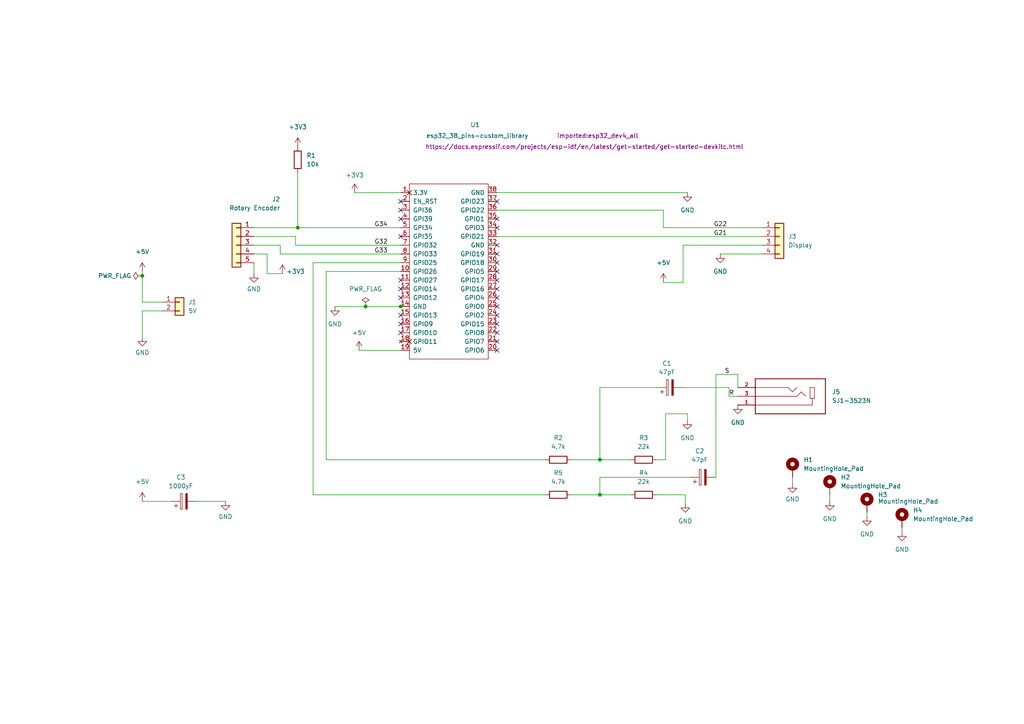
<source format=kicad_sch>
(kicad_sch (version 20211123) (generator eeschema)
  (paper "A4")
  (lib_symbols
    (symbol "Connector_Generic:Conn_01x02" (pin_names (offset 1.016) hide)
      (property "Reference" "J" (at 0 2.54 0))
      (property "Value" "Conn_01x02" (at 0 -5.08 0))
      (symbol "Conn_01x02_1_1"
        (rectangle (start -1.27 -2.413) (end 0 -2.667) (stroke (width 0.1524)))
        (rectangle (start -1.27 0.127) (end 0 -0.127) (stroke (width 0.1524)))
        (rectangle (start -1.27 1.27) (end 1.27 -3.81) (stroke (width 0.254)) (fill (type background)))
        (pin passive line (at -5.08 0 0) (length 3.81) (name "Pin_1") (number "1"))
        (pin passive line (at -5.08 -2.54 0) (length 3.81) (name "Pin_2") (number "2"))
      )
    )
    (symbol "Connector_Generic:Conn_01x04" (pin_names (offset 1.016) hide)
      (property "Reference" "J" (at 0 5.08 0))
      (property "Value" "Conn_01x04" (at 0 -7.62 0))
      (symbol "Conn_01x04_1_1"
        (rectangle (start -1.27 -4.953) (end 0 -5.207) (stroke (width 0.1524)))
        (rectangle (start -1.27 -2.413) (end 0 -2.667) (stroke (width 0.1524)))
        (rectangle (start -1.27 0.127) (end 0 -0.127) (stroke (width 0.1524)))
        (rectangle (start -1.27 2.667) (end 0 2.413) (stroke (width 0.1524)))
        (rectangle (start -1.27 3.81) (end 1.27 -6.35) (stroke (width 0.254)) (fill (type background)))
        (pin passive line (at -5.08 2.54 0) (length 3.81) (name "Pin_1") (number "1"))
        (pin passive line (at -5.08 0 0) (length 3.81) (name "Pin_2") (number "2"))
        (pin passive line (at -5.08 -2.54 0) (length 3.81) (name "Pin_3") (number "3"))
        (pin passive line (at -5.08 -5.08 0) (length 3.81) (name "Pin_4") (number "4"))
      )
    )
    (symbol "Connector_Generic:Conn_01x05" (pin_names (offset 1.016) hide)
      (property "Reference" "J" (at 0 7.62 0))
      (property "Value" "Conn_01x05" (at 0 -7.62 0))
      (symbol "Conn_01x05_1_1"
        (rectangle (start -1.27 -4.953) (end 0 -5.207) (stroke (width 0.1524)))
        (rectangle (start -1.27 -2.413) (end 0 -2.667) (stroke (width 0.1524)))
        (rectangle (start -1.27 0.127) (end 0 -0.127) (stroke (width 0.1524)))
        (rectangle (start -1.27 2.667) (end 0 2.413) (stroke (width 0.1524)))
        (rectangle (start -1.27 5.207) (end 0 4.953) (stroke (width 0.1524)))
        (rectangle (start -1.27 6.35) (end 1.27 -6.35) (stroke (width 0.254)) (fill (type background)))
        (pin passive line (at -5.08 5.08 0) (length 3.81) (name "Pin_1") (number "1"))
        (pin passive line (at -5.08 2.54 0) (length 3.81) (name "Pin_2") (number "2"))
        (pin passive line (at -5.08 0 0) (length 3.81) (name "Pin_3") (number "3"))
        (pin passive line (at -5.08 -2.54 0) (length 3.81) (name "Pin_4") (number "4"))
        (pin passive line (at -5.08 -5.08 0) (length 3.81) (name "Pin_5") (number "5"))
      )
    )
    (symbol "Device:C_Polarized" (pin_numbers hide) (pin_names (offset 0.254))
      (property "Reference" "C" (at 0.635 2.54 0))
      (property "Value" "C_Polarized" (at 0.635 -2.54 0))
      (symbol "C_Polarized_0_1"
        (rectangle (start -2.286 0.508) (end 2.286 1.016))
        (polyline (pts (xy -1.778 2.286) (xy -0.762 2.286)))
        (polyline (pts (xy -1.27 2.794) (xy -1.27 1.778)))
        (rectangle (start 2.286 -0.508) (end -2.286 -1.016) (fill (type outline)))
      )
      (symbol "C_Polarized_1_1"
        (pin passive line (at 0 3.81 270) (length 2.794) (name "~") (number "1"))
        (pin passive line (at 0 -3.81 90) (length 2.794) (name "~") (number "2"))
      )
    )
    (symbol "Device:R" (pin_numbers hide) (pin_names (offset 0))
      (property "Reference" "R" (at 2.032 0 90))
      (property "Value" "R" (at 0 0 90))
      (symbol "R_0_1"
        (rectangle (start -1.016 -2.54) (end 1.016 2.54) (stroke (width 0.254)))
      )
      (symbol "R_1_1"
        (pin passive line (at 0 3.81 270) (length 1.27) (name "~") (number "1"))
        (pin passive line (at 0 -3.81 90) (length 1.27) (name "~") (number "2"))
      )
    )
    (symbol "Mechanical:MountingHole_Pad" (pin_numbers hide) (pin_names (offset 1.016) hide)
      (property "Reference" "H" (at 0 6.35 0))
      (property "Value" "MountingHole_Pad" (at 0 4.445 0))
      (symbol "MountingHole_Pad_0_1"
        (circle (center 0 1.27) (radius 1.27) (stroke (width 1.27)))
      )
      (symbol "MountingHole_Pad_1_1"
        (pin input line (at 0 -2.54 90) (length 2.54) (name "1") (number "1"))
      )
    )
    (symbol "imported:SJ1-3523N" (pin_names (offset 1.016) hide)
      (property "Reference" "J" (at -10.16 7.62 0))
      (property "Value" "SJ1-3523N" (at -10.16 -10.16 0))
      (symbol "SJ1-3523N_0_0"
        (polyline (pts (xy -10.16 -5.08) (xy 10.16 -5.08)) (stroke (width 0.254)))
        (polyline (pts (xy -10.16 5.08) (xy -10.16 -5.08)) (stroke (width 0.254)))
        (polyline (pts (xy -6.985 -2.54) (xy -6.985 0.635)) (stroke (width 0.1524)))
        (polyline (pts (xy -6.985 0.635) (xy -6.35 0.635)) (stroke (width 0.1524)))
        (polyline (pts (xy -6.35 0.635) (xy -5.715 0.635)) (stroke (width 0.1524)))
        (polyline (pts (xy -6.35 2.54) (xy -6.35 0.635)) (stroke (width 0.1524)))
        (polyline (pts (xy -5.715 -2.54) (xy -6.985 -2.54)) (stroke (width 0.1524)))
        (polyline (pts (xy -5.715 0.635) (xy -5.715 -2.54)) (stroke (width 0.1524)))
        (polyline (pts (xy -3.175 -1.27) (xy -4.445 0)) (stroke (width 0.1524)))
        (polyline (pts (xy -1.905 0) (xy -3.175 -1.27)) (stroke (width 0.1524)))
        (polyline (pts (xy -0.635 -1.27) (xy -1.905 -2.54)) (stroke (width 0.1524)))
        (polyline (pts (xy 0.635 -2.54) (xy -0.635 -1.27)) (stroke (width 0.1524)))
        (polyline (pts (xy 10.16 -5.08) (xy 10.16 -2.54)) (stroke (width 0.254)))
        (polyline (pts (xy 10.16 -2.54) (xy 0.635 -2.54)) (stroke (width 0.1524)))
        (polyline (pts (xy 10.16 -2.54) (xy 10.16 0)) (stroke (width 0.254)))
        (polyline (pts (xy 10.16 0) (xy -1.905 0)) (stroke (width 0.1524)))
        (polyline (pts (xy 10.16 0) (xy 10.16 2.54)) (stroke (width 0.254)))
        (polyline (pts (xy 10.16 2.54) (xy -6.35 2.54)) (stroke (width 0.1524)))
        (polyline (pts (xy 10.16 2.54) (xy 10.16 5.08)) (stroke (width 0.254)))
        (polyline (pts (xy 10.16 5.08) (xy -10.16 5.08)) (stroke (width 0.254)))
        (pin passive line (at 15.24 2.54 180) (length 5.08) (name "~") (number "1"))
        (pin passive line (at 15.24 -2.54 180) (length 5.08) (name "~") (number "2"))
        (pin passive line (at 15.24 0 180) (length 5.08) (name "~") (number "3"))
      )
    )
    (symbol "imported:esp32_38_pins-custom_library" (pin_names (offset 1.016))
      (property "Reference" "U" (at -1.27 8.89 0))
      (property "Value" "esp32_38_pins-custom_library" (at 12.7 -44.45 0))
      (property "Footprint" "esp32_lora_v2:esp32_devkitv4_38pin" (at 10.16 -45.72 0))
      (property "Datasheet" "https://docs.espressif.com/projects/esp-idf/en/latest/get-started/get-started-devkitc.html" (at 0 0 0))
      (symbol "esp32_38_pins-custom_library_0_1"
        (rectangle (start -2.54 7.62) (end 20.32 -43.18))
      )
      (symbol "esp32_38_pins-custom_library_1_1"
        (pin power_out non_logic (at -5.08 5.08 0) (length 2.54) (name "3.3V") (number "1"))
        (pin bidirectional line (at -5.08 -17.78 0) (length 2.54) (name "GPIO26") (number "10"))
        (pin bidirectional line (at -5.08 -20.32 0) (length 2.54) (name "GPIO27") (number "11"))
        (pin bidirectional line (at -5.08 -22.86 0) (length 2.54) (name "GPIO14") (number "12"))
        (pin bidirectional line (at -5.08 -25.4 0) (length 2.54) (name "GPIO12") (number "13"))
        (pin power_in line (at -5.08 -27.94 0) (length 2.54) (name "GND") (number "14"))
        (pin bidirectional line (at -5.08 -30.48 0) (length 2.54) (name "GPIO13") (number "15"))
        (pin bidirectional line (at -5.08 -33.02 0) (length 2.54) (name "GPIO9") (number "16"))
        (pin bidirectional line (at -5.08 -35.56 0) (length 2.54) (name "GPIO10") (number "17"))
        (pin no_connect non_logic (at -5.08 -38.1 0) (length 2.54) (name "GPIO11") (number "18"))
        (pin power_in line (at -5.08 -40.64 0) (length 2.54) (name "5V") (number "19"))
        (pin bidirectional line (at -5.08 2.54 0) (length 2.54) (name "EN_RST") (number "2"))
        (pin bidirectional line (at 22.86 -40.64 180) (length 2.54) (name "GPIO6") (number "20"))
        (pin bidirectional line (at 22.86 -38.1 180) (length 2.54) (name "GPIO7") (number "21"))
        (pin bidirectional line (at 22.86 -35.56 180) (length 2.54) (name "GPIO8") (number "22"))
        (pin bidirectional line (at 22.86 -33.02 180) (length 2.54) (name "GPIO15") (number "23"))
        (pin bidirectional line (at 22.86 -30.48 180) (length 2.54) (name "GPIO2") (number "24"))
        (pin bidirectional line (at 22.86 -27.94 180) (length 2.54) (name "GPIO0") (number "25"))
        (pin bidirectional line (at 22.86 -25.4 180) (length 2.54) (name "GPIO4") (number "26"))
        (pin bidirectional line (at 22.86 -22.86 180) (length 2.54) (name "GPIO16") (number "27"))
        (pin bidirectional line (at 22.86 -20.32 180) (length 2.54) (name "GPIO17") (number "28"))
        (pin bidirectional line (at 22.86 -17.78 180) (length 2.54) (name "GPIO5") (number "29"))
        (pin input line (at -5.08 0 0) (length 2.54) (name "GPI36") (number "3"))
        (pin bidirectional line (at 22.86 -15.24 180) (length 2.54) (name "GPIO18") (number "30"))
        (pin bidirectional line (at 22.86 -12.7 180) (length 2.54) (name "GPIO19") (number "31"))
        (pin tri_state line (at 22.86 -10.16 180) (length 2.54) (name "GND") (number "32"))
        (pin bidirectional line (at 22.86 -7.62 180) (length 2.54) (name "GPIO21") (number "33"))
        (pin bidirectional line (at 22.86 -5.08 180) (length 2.54) (name "GPIO3") (number "34"))
        (pin bidirectional line (at 22.86 -2.54 180) (length 2.54) (name "GPIO1") (number "35"))
        (pin bidirectional line (at 22.86 0 180) (length 2.54) (name "GPIO22") (number "36"))
        (pin bidirectional line (at 22.86 2.54 180) (length 2.54) (name "GPIO23") (number "37"))
        (pin passive line (at 22.86 5.08 180) (length 2.54) (name "GND") (number "38"))
        (pin input line (at -5.08 -2.54 0) (length 2.54) (name "GPI39") (number "4"))
        (pin input line (at -5.08 -5.08 0) (length 2.54) (name "GPI34") (number "5"))
        (pin input line (at -5.08 -7.62 0) (length 2.54) (name "GPI35") (number "6"))
        (pin bidirectional line (at -5.08 -10.16 0) (length 2.54) (name "GPIO32") (number "7"))
        (pin bidirectional line (at -5.08 -12.7 0) (length 2.54) (name "GPIO33") (number "8"))
        (pin bidirectional line (at -5.08 -15.24 0) (length 2.54) (name "GPIO25") (number "9"))
      )
    )
    (symbol "power:+3V3" (power) (pin_names (offset 0))
      (property "Value" "+3V3" (at 0 3.556 0))
      (symbol "+3V3_0_1"
        (polyline (pts (xy -0.762 1.27) (xy 0 2.54)))
        (polyline (pts (xy 0 0) (xy 0 2.54)))
        (polyline (pts (xy 0 2.54) (xy 0.762 1.27)))
      )
      (symbol "+3V3_1_1"
        (pin power_in line (at 0 0 90) (length 0) hide (name "+3V3") (number "1"))
      )
    )
    (symbol "power:+5V" (power) (pin_names (offset 0))
      (property "Value" "+5V" (at 0 3.556 0))
      (symbol "+5V_0_1"
        (polyline (pts (xy -0.762 1.27) (xy 0 2.54)))
        (polyline (pts (xy 0 0) (xy 0 2.54)))
        (polyline (pts (xy 0 2.54) (xy 0.762 1.27)))
      )
      (symbol "+5V_1_1"
        (pin power_in line (at 0 0 90) (length 0) hide (name "+5V") (number "1"))
      )
    )
    (symbol "power:GND" (power) (pin_names (offset 0))
      (property "Value" "GND" (at 0 -3.81 0))
      (symbol "GND_0_1"
        (polyline (pts (xy 0 0) (xy 0 -1.27) (xy 1.27 -1.27) (xy 0 -2.54) (xy -1.27 -1.27) (xy 0 -1.27)))
      )
      (symbol "GND_1_1"
        (pin power_in line (at 0 0 270) (length 0) hide (name "GND") (number "1"))
      )
    )
    (symbol "power:PWR_FLAG" (power) (pin_numbers hide) (pin_names (offset 0) hide)
      (property "Value" "PWR_FLAG" (at 0 3.81 0))
      (symbol "PWR_FLAG_0_0"
        (pin power_out line (at 0 0 90) (length 0) (name "pwr") (number "1"))
      )
      (symbol "PWR_FLAG_0_1"
        (polyline (pts (xy 0 0) (xy 0 1.27) (xy -1.016 1.905) (xy 0 2.54) (xy 1.016 1.905) (xy 0 1.27)))
      )
    )
  )
  (junction (at 106.045 88.9))
  (junction (at 173.99 143.51))
  (junction (at 86.36 66.04))
  (junction (at 116.205 88.9))
  (junction (at 173.99 133.35))
  (junction (at 41.275 80.01))
  (no_connect (at 116.205 96.52))
  (no_connect (at 116.205 93.98))
  (no_connect (at 116.205 91.44))
  (no_connect (at 116.205 81.28))
  (no_connect (at 116.205 83.82))
  (no_connect (at 116.205 86.36))
  (no_connect (at 116.205 68.58))
  (no_connect (at 116.205 58.42))
  (no_connect (at 116.205 60.96))
  (no_connect (at 116.205 63.5))
  (no_connect (at 144.145 66.04))
  (no_connect (at 144.145 93.98))
  (no_connect (at 144.145 96.52))
  (no_connect (at 144.145 73.66))
  (no_connect (at 144.145 76.2))
  (no_connect (at 144.145 78.74))
  (no_connect (at 144.145 81.28))
  (no_connect (at 144.145 83.82))
  (no_connect (at 144.145 86.36))
  (no_connect (at 144.145 88.9))
  (no_connect (at 144.145 91.44))
  (no_connect (at 144.145 99.06))
  (no_connect (at 144.145 101.6))
  (no_connect (at 144.145 58.42))
  (no_connect (at 144.145 63.5))
  (no_connect (at 144.145 71.12))
  (wire (pts (xy 94.615 78.74) (xy 116.205 78.74)))
  (wire (pts (xy 46.99 90.17) (xy 41.275 90.17)))
  (wire (pts (xy 213.995 108.585) (xy 207.645 108.585)))
  (wire (pts (xy 85.725 68.58) (xy 73.66 68.58)))
  (wire (pts (xy 73.66 71.12) (xy 81.28 71.12)))
  (wire (pts (xy 106.045 88.9) (xy 116.205 88.9)))
  (wire (pts (xy 190.5 133.35) (xy 193.04 133.35)))
  (wire (pts (xy 199.39 120.015) (xy 199.39 121.92)))
  (wire (pts (xy 116.205 71.12) (xy 85.725 71.12)))
  (wire (pts (xy 41.275 78.74) (xy 41.275 80.01)))
  (wire (pts (xy 207.645 108.585) (xy 207.645 138.43)))
  (wire (pts (xy 211.455 112.395) (xy 211.455 114.935)))
  (wire (pts (xy 220.98 66.04) (xy 192.405 66.04)))
  (wire (pts (xy 81.28 73.66) (xy 81.28 71.12)))
  (wire (pts (xy 173.99 133.35) (xy 182.88 133.35)))
  (wire (pts (xy 144.145 55.88) (xy 199.39 55.88)))
  (wire (pts (xy 190.5 112.395) (xy 173.99 112.395)))
  (wire (pts (xy 192.405 60.96) (xy 192.405 66.04)))
  (wire (pts (xy 173.99 143.51) (xy 182.88 143.51)))
  (wire (pts (xy 193.04 133.35) (xy 193.04 120.015)))
  (wire (pts (xy 77.47 79.375) (xy 81.915 79.375)))
  (wire (pts (xy 193.04 120.015) (xy 199.39 120.015)))
  (wire (pts (xy 198.12 81.915) (xy 192.405 81.915)))
  (wire (pts (xy 198.755 143.51) (xy 198.755 146.05)))
  (wire (pts (xy 165.735 133.35) (xy 173.99 133.35)))
  (wire (pts (xy 41.275 80.01) (xy 41.275 87.63)))
  (wire (pts (xy 73.66 66.04) (xy 86.36 66.04)))
  (wire (pts (xy 85.725 71.12) (xy 85.725 68.58)))
  (wire (pts (xy 116.205 88.9) (xy 116.84 88.9)))
  (wire (pts (xy 97.155 88.9) (xy 106.045 88.9)))
  (wire (pts (xy 73.66 76.2) (xy 73.66 79.375)))
  (wire (pts (xy 213.995 112.395) (xy 213.995 108.585)))
  (wire (pts (xy 173.99 138.43) (xy 200.025 138.43)))
  (wire (pts (xy 94.615 133.35) (xy 94.615 78.74)))
  (wire (pts (xy 90.805 76.2) (xy 116.205 76.2)))
  (wire (pts (xy 104.14 101.6) (xy 116.205 101.6)))
  (wire (pts (xy 86.36 66.04) (xy 116.205 66.04)))
  (wire (pts (xy 144.145 68.58) (xy 220.98 68.58)))
  (wire (pts (xy 86.36 50.165) (xy 86.36 66.04)))
  (wire (pts (xy 208.915 73.66) (xy 220.98 73.66)))
  (wire (pts (xy 90.805 76.2) (xy 90.805 143.51)))
  (wire (pts (xy 165.735 143.51) (xy 173.99 143.51)))
  (wire (pts (xy 240.665 143.51) (xy 240.665 145.415)))
  (wire (pts (xy 190.5 143.51) (xy 198.755 143.51)))
  (wire (pts (xy 41.275 90.17) (xy 41.275 97.79)))
  (wire (pts (xy 41.275 145.415) (xy 49.53 145.415)))
  (wire (pts (xy 198.12 112.395) (xy 211.455 112.395)))
  (wire (pts (xy 211.455 114.935) (xy 213.995 114.935)))
  (wire (pts (xy 116.205 73.66) (xy 81.28 73.66)))
  (wire (pts (xy 102.87 55.88) (xy 116.205 55.88)))
  (wire (pts (xy 261.62 153.035) (xy 261.62 154.305)))
  (wire (pts (xy 220.98 71.12) (xy 198.12 71.12)))
  (wire (pts (xy 229.87 138.43) (xy 229.87 140.335)))
  (wire (pts (xy 57.15 145.415) (xy 65.405 145.415)))
  (wire (pts (xy 251.46 148.59) (xy 251.46 149.86)))
  (wire (pts (xy 73.66 73.66) (xy 77.47 73.66)))
  (wire (pts (xy 77.47 73.66) (xy 77.47 79.375)))
  (wire (pts (xy 198.12 71.12) (xy 198.12 81.915)))
  (wire (pts (xy 41.275 87.63) (xy 46.99 87.63)))
  (wire (pts (xy 158.115 133.35) (xy 94.615 133.35)))
  (wire (pts (xy 173.99 143.51) (xy 173.99 138.43)))
  (wire (pts (xy 173.99 112.395) (xy 173.99 133.35)))
  (wire (pts (xy 144.145 60.96) (xy 192.405 60.96)))
  (wire (pts (xy 90.805 143.51) (xy 158.115 143.51)))
  (label "G33" (at 108.585 73.66 0))
  (label "S" (at 210.185 108.585 0))
  (label "G21" (at 207.01 68.58 0))
  (label "G32" (at 108.585 71.12 0))
  (label "G22" (at 207.01 66.04 0))
  (label "G34" (at 108.585 66.04 0))
  (label "R" (at 211.455 114.935 0))
  (symbol (lib_id "imported:SJ1-3523N") (at 229.235 114.935 180) (unit 1)
    (property "Reference" "J5" (at 241.3 113.6649 0) (effects (justify right)))
    (property "Value" "SJ1-3523N" (at 241.3 116.2049 0) (effects (justify right)))
    (property "Footprint" "CUI_SJ1-3523N" (effects hide))
    (property "MANUFACTURER" "CUI" (effects hide))
    (property "STANDARD" "Manufacturer recommendation" (effects hide))
    (property "PARTREV" "1.02" (effects hide))
  )
  (symbol (lib_id "Device:R") (at 186.69 133.35 90) (unit 1)
    (property "Reference" "R3" (at 186.69 127 90))
    (property "Value" "22k" (at 186.69 129.54 90))
    (property "Footprint" "Resistor_THT:R_Axial_DIN0204_L3.6mm_D1.6mm_P7.62mm_Horizontal" (effects hide))
  )
  (symbol (lib_id "power:+5V") (at 41.275 78.74 0) (unit 1)
    (property "Reference" "#PWR0109" (effects hide))
    (property "Value" "+5V" (at 41.275 73.025 0))
  )
  (symbol (lib_id "Device:R") (at 186.69 143.51 90) (unit 1)
    (property "Reference" "R4" (at 186.69 137.16 90))
    (property "Value" "22k" (at 186.69 139.7 90))
    (property "Footprint" "Resistor_THT:R_Axial_DIN0204_L3.6mm_D1.6mm_P7.62mm_Horizontal" (effects hide))
  )
  (symbol (lib_id "power:GND") (at 240.665 145.415 0) (unit 1)
    (property "Reference" "#PWR0119" (effects hide))
    (property "Value" "GND" (at 240.665 150.495 0))
  )
  (symbol (lib_id "power:GND") (at 73.66 79.375 0) (unit 1)
    (property "Reference" "#PWR0113" (effects hide))
    (property "Value" "GND" (at 73.66 83.82 0))
  )
  (symbol (lib_id "power:GND") (at 65.405 145.415 0) (unit 1)
    (property "Reference" "#PWR0112" (effects hide))
    (property "Value" "GND" (at 65.405 149.86 0))
  )
  (symbol (lib_id "power:+3V3") (at 102.87 55.88 0) (unit 1)
    (property "Reference" "#PWR0103" (effects hide))
    (property "Value" "+3V3" (at 102.87 50.8 0))
  )
  (symbol (lib_id "power:+3V3") (at 81.915 79.375 0) (unit 1)
    (property "Reference" "#PWR0114" (effects hide))
    (property "Value" "+3V3" (at 85.725 78.74 0))
  )
  (symbol (lib_id "Connector_Generic:Conn_01x04") (at 226.06 68.58 0) (unit 1)
    (property "Reference" "J3" (at 228.6 68.5799 0) (effects (justify left)))
    (property "Value" "Display" (at 228.6 71.1199 0) (effects (justify left)))
    (property "Footprint" "Connector_PinHeader_2.54mm:PinHeader_1x04_P2.54mm_Vertical" (effects hide))
  )
  (symbol (lib_id "power:GND") (at 261.62 154.305 0) (unit 1)
    (property "Reference" "#PWR01" (effects hide))
    (property "Value" "GND" (at 261.62 159.385 0))
  )
  (symbol (lib_id "Connector_Generic:Conn_01x05") (at 68.58 71.12 0) (mirror y) (unit 1)
    (property "Reference" "J2" (at 81.28 57.785 0) (effects (justify left)))
    (property "Value" "Rotary Encoder" (at 81.28 60.325 0) (effects (justify left)))
    (property "Footprint" "Connector_PinHeader_2.54mm:PinHeader_1x05_P2.54mm_Vertical" (effects hide))
  )
  (symbol (lib_id "power:GND") (at 97.155 88.9 0) (unit 1)
    (property "Reference" "#PWR0101" (effects hide))
    (property "Value" "GND" (at 97.155 93.98 0))
  )
  (symbol (lib_id "Mechanical:MountingHole_Pad") (at 261.62 150.495 0) (unit 1)
    (property "Reference" "H4" (at 264.795 147.9549 0) (effects (justify left)))
    (property "Value" "MountingHole_Pad" (at 264.795 150.4949 0) (effects (justify left)))
    (property "Footprint" "MountingHole:MountingHole_3.2mm_M3_DIN965_Pad" (effects hide))
  )
  (symbol (lib_id "Connector_Generic:Conn_01x02") (at 52.07 87.63 0) (unit 1)
    (property "Reference" "J1" (at 54.61 87.6299 0) (effects (justify left)))
    (property "Value" "5V" (at 54.61 90.1699 0) (effects (justify left)))
    (property "Footprint" "Connector_PinHeader_2.54mm:PinHeader_1x02_P2.54mm_Vertical" (effects hide))
  )
  (symbol (lib_id "power:GND") (at 199.39 55.88 0) (unit 1)
    (property "Reference" "#PWR0105" (effects hide))
    (property "Value" "GND" (at 199.39 60.96 0))
  )
  (symbol (lib_id "power:GND") (at 199.39 121.92 0) (unit 1)
    (property "Reference" "#PWR0117" (effects hide))
    (property "Value" "GND" (at 199.39 127 0))
  )
  (symbol (lib_id "power:GND") (at 198.755 146.05 0) (unit 1)
    (property "Reference" "#PWR0116" (effects hide))
    (property "Value" "GND" (at 198.755 151.13 0))
  )
  (symbol (lib_id "Device:C_Polarized") (at 203.835 138.43 90) (unit 1)
    (property "Reference" "C2" (at 202.946 130.81 90))
    (property "Value" "47pF" (at 202.946 133.35 90))
    (property "Footprint" "Capacitor_THT:CP_Radial_D4.0mm_P2.00mm" (effects hide))
  )
  (symbol (lib_id "Mechanical:MountingHole_Pad") (at 251.46 146.05 0) (unit 1)
    (property "Reference" "H3" (at 254.635 143.5099 0) (effects (justify left)))
    (property "Value" "MountingHole_Pad" (at 254.635 145.415 0) (effects (justify left)))
    (property "Footprint" "MountingHole:MountingHole_3.2mm_M3_DIN965_Pad" (effects hide))
  )
  (symbol (lib_id "Device:R") (at 86.36 46.355 0) (unit 1)
    (property "Reference" "R1" (at 88.9 45.0849 0) (effects (justify left)))
    (property "Value" "10k" (at 88.9 47.6249 0) (effects (justify left)))
    (property "Footprint" "Resistor_THT:R_Axial_DIN0204_L3.6mm_D1.6mm_P7.62mm_Horizontal" (effects hide))
  )
  (symbol (lib_id "Mechanical:MountingHole_Pad") (at 240.665 140.97 0) (unit 1)
    (property "Reference" "H2" (at 243.84 138.4299 0) (effects (justify left)))
    (property "Value" "MountingHole_Pad" (at 243.84 140.9699 0) (effects (justify left)))
    (property "Footprint" "MountingHole:MountingHole_3.2mm_M3_DIN965_Pad" (effects hide))
  )
  (symbol (lib_id "power:GND") (at 41.275 97.79 0) (unit 1)
    (property "Reference" "#PWR0110" (effects hide))
    (property "Value" "GND" (at 41.275 102.235 0))
  )
  (symbol (lib_id "power:PWR_FLAG") (at 41.275 80.01 90) (unit 1)
    (property "Reference" "#FLG0102" (effects hide))
    (property "Value" "PWR_FLAG" (at 38.1 80.0099 90) (effects (justify left)))
  )
  (symbol (lib_id "Device:R") (at 161.925 143.51 90) (unit 1)
    (property "Reference" "R5" (at 161.925 137.16 90))
    (property "Value" "4.7k" (at 161.925 139.7 90))
    (property "Footprint" "Resistor_THT:R_Axial_DIN0204_L3.6mm_D1.6mm_P7.62mm_Horizontal" (effects hide))
  )
  (symbol (lib_id "power:+3V3") (at 86.36 42.545 0) (unit 1)
    (property "Reference" "#PWR0104" (effects hide))
    (property "Value" "+3V3" (at 86.36 36.83 0))
  )
  (symbol (lib_id "power:GND") (at 213.995 117.475 0) (unit 1)
    (property "Reference" "#PWR0115" (effects hide))
    (property "Value" "GND" (at 213.995 122.555 0))
  )
  (symbol (lib_id "power:GND") (at 208.915 73.66 0) (unit 1)
    (property "Reference" "#PWR0107" (effects hide))
    (property "Value" "GND" (at 208.915 78.74 0))
  )
  (symbol (lib_id "power:+5V") (at 104.14 101.6 0) (unit 1)
    (property "Reference" "#PWR0102" (effects hide))
    (property "Value" "+5V" (at 104.14 96.52 0))
  )
  (symbol (lib_id "power:PWR_FLAG") (at 106.045 88.9 0) (unit 1)
    (property "Reference" "#FLG0104" (effects hide))
    (property "Value" "PWR_FLAG" (at 106.045 83.82 0))
  )
  (symbol (lib_id "power:+5V") (at 192.405 81.915 0) (unit 1)
    (property "Reference" "#PWR0106" (effects hide))
    (property "Value" "+5V" (at 192.405 76.2 0))
  )
  (symbol (lib_id "power:GND") (at 251.46 149.86 0) (unit 1)
    (property "Reference" "#PWR0118" (effects hide))
    (property "Value" "GND" (at 251.46 154.94 0))
  )
  (symbol (lib_id "power:GND") (at 229.87 140.335 0) (unit 1)
    (property "Reference" "#PWR0108" (effects hide))
    (property "Value" "GND" (at 229.87 144.78 0))
  )
  (symbol (lib_id "Device:R") (at 161.925 133.35 90) (unit 1)
    (property "Reference" "R2" (at 161.925 127 90))
    (property "Value" "4.7k" (at 161.925 129.54 90))
    (property "Footprint" "Resistor_THT:R_Axial_DIN0204_L3.6mm_D1.6mm_P7.62mm_Horizontal" (effects hide))
  )
  (symbol (lib_id "power:+5V") (at 41.275 145.415 0) (unit 1)
    (property "Reference" "#PWR0111" (effects hide))
    (property "Value" "+5V" (at 41.275 139.7 0))
  )
  (symbol (lib_id "Device:C_Polarized") (at 194.31 112.395 90) (unit 1)
    (property "Reference" "C1" (at 193.421 105.41 90))
    (property "Value" "47pF" (at 193.421 107.95 90))
    (property "Footprint" "Capacitor_THT:CP_Radial_D4.0mm_P2.00mm" (effects hide))
  )
  (symbol (lib_id "Device:C_Polarized") (at 53.34 145.415 90) (unit 1)
    (property "Reference" "C3" (at 52.451 138.43 90))
    (property "Value" "1000yF" (at 52.451 140.97 90))
    (property "Footprint" "Capacitor_THT:CP_Radial_D4.0mm_P2.00mm" (effects hide))
  )
  (symbol (lib_id "imported:esp32_38_pins-custom_library") (at 121.285 60.96 0) (unit 1)
    (property "Reference" "U1" (at 137.795 36.195 0))
    (property "Value" "esp32_38_pins-custom_library" (at 138.43 39.37 0))
    (property "Footprint" "imported:esp32_dev4_all" (at 173.355 39.37 0))
    (property "Datasheet" "https://docs.espressif.com/projects/esp-idf/en/latest/get-started/get-started-devkitc.html" (at 169.545 42.545 0))
  )
  (symbol (lib_id "Mechanical:MountingHole_Pad") (at 229.87 135.89 0) (unit 1)
    (property "Reference" "H1" (at 233.045 133.3499 0) (effects (justify left)))
    (property "Value" "MountingHole_Pad" (at 233.045 135.8899 0) (effects (justify left)))
    (property "Footprint" "MountingHole:MountingHole_3.2mm_M3_DIN965_Pad" (effects hide))
  )
)
</source>
